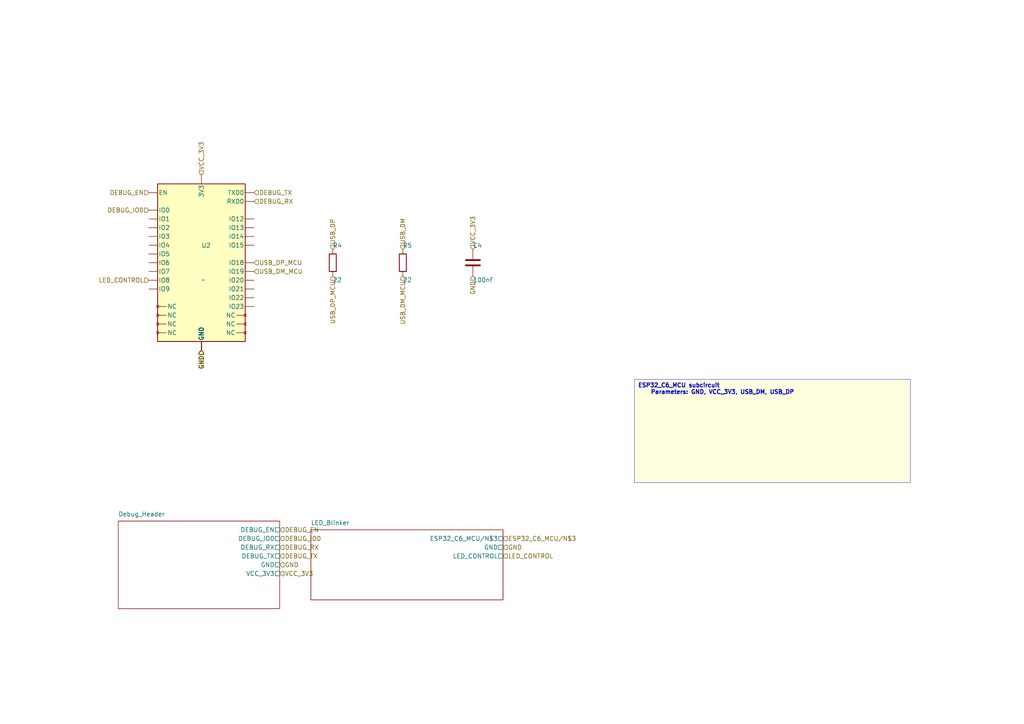
<source format=kicad_sch>
(kicad_sch (version 20250114) (generator "circuit_synth") (generator_version "9.0")
  (paper "A4")
  (lib_symbols
    (symbol "Device:C" (pin_numbers hide) (pin_names (offset 0.254))
      (property "Reference" "C" (at 0.0 0.0 0))
      (property "Value" "C" (at 0.0 0.0 0))
      (symbol "C_0_1"
        (polyline (pts (xy -2.032 0.762) (xy 2.032 0.762)) (stroke (width 0.508)))
        (polyline (pts (xy -2.032 -0.762) (xy 2.032 -0.762)) (stroke (width 0.508)))
      )
      (symbol "C_1_1"
        (pin passive line (at 0.0 3.81 270) (length 2.794) (name ~) (number "1"))
        (pin passive line (at 0.0 -3.81 90) (length 2.794) (name ~) (number "2"))
      )
    )
    (symbol "Device:R" (pin_numbers hide) (pin_names (offset 0.254))
      (property "Reference" "R" (at 0.0 0.0 0))
      (property "Value" "R" (at 0.0 0.0 0))
      (symbol "R_0_1"
        (rectangle (start -1.016 -2.54) (end 1.016 2.54) (stroke (width 0.254)))
      )
      (symbol "R_1_1"
        (pin passive line (at 0.0 3.81 270) (length 1.27) (name ~) (number "1"))
        (pin passive line (at 0.0 -3.81 90) (length 1.27) (name ~) (number "2"))
      )
    )
    (symbol "RF_Module:ESP32-C6-MINI-1" (pin_numbers hide) (pin_names (offset 0.254))
      (property "Reference" "U" (at 0.0 0.0 0))
      (property "Value" "ESP32-C6-MINI-1" (at 0.0 0.0 0))
      (symbol "ESP32-C6-MINI-1_0_1"
        (rectangle (start -12.7 22.86) (end 12.7 -22.86) (stroke (width 0.254)) (fill (type background)))
      )
      (symbol "ESP32-C6-MINI-1_1_1"
        (pin input line (at -15.24 20.32 0) (length 2.54) (name EN) (number "8"))
        (pin bidirectional line (at -15.24 15.24 0) (length 2.54) (name IO0) (number "12"))
        (pin bidirectional line (at -15.24 12.7 0) (length 2.54) (name IO1) (number "13"))
        (pin bidirectional line (at -15.24 10.16 0) (length 2.54) (name IO2) (number "5"))
        (pin bidirectional line (at -15.24 7.62 0) (length 2.54) (name IO3) (number "6"))
        (pin bidirectional line (at -15.24 5.08 0) (length 2.54) (name IO4) (number "9"))
        (pin bidirectional line (at -15.24 2.54 0) (length 2.54) (name IO5) (number "10"))
        (pin bidirectional line (at -15.24 0.0 0) (length 2.54) (name IO6) (number "15"))
        (pin bidirectional line (at -15.24 -2.54 0) (length 2.54) (name IO7) (number "16"))
        (pin bidirectional line (at -15.24 -5.08 0) (length 2.54) (name IO8) (number "22"))
        (pin bidirectional line (at -15.24 -7.62 0) (length 2.54) (name IO9) (number "23"))
        (pin no_connect line (at -12.7 -12.7 0) (length 2.54) (name NC) (number "32"))
        (pin no_connect line (at -12.7 -15.24 0) (length 2.54) (name NC) (number "33"))
        (pin no_connect line (at -12.7 -17.78 0) (length 2.54) (name NC) (number "34"))
        (pin no_connect line (at -12.7 -20.32 0) (length 2.54) (name NC) (number "35"))
        (pin power_in line (at 0.0 25.4 270) (length 2.54) (name 3V3) (number "3"))
        (pin power_in line (at 0.0 -25.4 90) (length 2.54) (name GND) (number "1"))
        (pin passive line (at 0.0 -25.4 90) (length 2.54) (name GND) (number "11"))
        (pin passive line (at 0.0 -25.4 90) (length 2.54) (name GND) (number "14"))
        (pin passive line (at 0.0 -25.4 90) (length 2.54) (name GND) (number "2"))
        (pin passive line (at 0.0 -25.4 90) (length 2.54) (name GND) (number "36"))
        (pin passive line (at 0.0 -25.4 90) (length 2.54) (name GND) (number "37"))
        (pin passive line (at 0.0 -25.4 90) (length 2.54) (name GND) (number "38"))
        (pin passive line (at 0.0 -25.4 90) (length 2.54) (name GND) (number "39"))
        (pin passive line (at 0.0 -25.4 90) (length 2.54) (name GND) (number "40"))
        (pin passive line (at 0.0 -25.4 90) (length 2.54) (name GND) (number "41"))
        (pin passive line (at 0.0 -25.4 90) (length 2.54) (name GND) (number "42"))
        (pin passive line (at 0.0 -25.4 90) (length 2.54) (name GND) (number "43"))
        (pin passive line (at 0.0 -25.4 90) (length 2.54) (name GND) (number "44"))
        (pin passive line (at 0.0 -25.4 90) (length 2.54) (name GND) (number "45"))
        (pin passive line (at 0.0 -25.4 90) (length 2.54) (name GND) (number "46"))
        (pin passive line (at 0.0 -25.4 90) (length 2.54) (name GND) (number "47"))
        (pin passive line (at 0.0 -25.4 90) (length 2.54) (name GND) (number "48"))
        (pin passive line (at 0.0 -25.4 90) (length 2.54) (name GND) (number "49"))
        (pin passive line (at 0.0 -25.4 90) (length 2.54) (name GND) (number "50"))
        (pin passive line (at 0.0 -25.4 90) (length 2.54) (name GND) (number "51"))
        (pin passive line (at 0.0 -25.4 90) (length 2.54) (name GND) (number "52"))
        (pin passive line (at 0.0 -25.4 90) (length 2.54) (name GND) (number "53"))
        (pin no_connect line (at 12.7 -15.24 180) (length 2.54) (name NC) (number "4"))
        (pin no_connect line (at 12.7 -17.78 180) (length 2.54) (name NC) (number "7"))
        (pin no_connect line (at 12.7 -20.32 180) (length 2.54) (name NC) (number "21"))
        (pin bidirectional line (at 15.24 20.32 180) (length 2.54) (name TXD0) (number "31"))
        (pin bidirectional line (at 15.24 17.78 180) (length 2.54) (name RXD0) (number "30"))
        (pin bidirectional line (at 15.24 12.7 180) (length 2.54) (name IO12) (number "17"))
        (pin bidirectional line (at 15.24 10.16 180) (length 2.54) (name IO13) (number "18"))
        (pin bidirectional line (at 15.24 7.62 180) (length 2.54) (name IO14) (number "19"))
        (pin bidirectional line (at 15.24 5.08 180) (length 2.54) (name IO15) (number "20"))
        (pin bidirectional line (at 15.24 0.0 180) (length 2.54) (name IO18) (number "24"))
        (pin bidirectional line (at 15.24 -2.54 180) (length 2.54) (name IO19) (number "25"))
        (pin bidirectional line (at 15.24 -5.08 180) (length 2.54) (name IO20) (number "26"))
        (pin bidirectional line (at 15.24 -7.62 180) (length 2.54) (name IO21) (number "27"))
        (pin bidirectional line (at 15.24 -10.16 180) (length 2.54) (name IO22) (number "28"))
        (pin bidirectional line (at 15.24 -12.7 180) (length 2.54) (name IO23) (number "29"))
      )
    )
  )
  (title_block (title ESP32_C6_MCU) (date 2025-08-06) (company Circuit-Synth))
  (symbol (lib_id "Device:C") (at 137.16 76.2 0) (unit 1)
    (property "Reference" "C4" (at 137.16 71.2 0) (effects (justify left)))
    (property "Value" "100nF" (at 137.16 81.2 0) (effects (justify left)))
    (property "Footprint" "Capacitor_SMD:C_0603_1608Metric" (effects (hide yes)))
  )
  (symbol (lib_id "Device:R") (at 96.52 76.2 0) (unit 1)
    (property "Reference" "R4" (at 96.52 71.2 0) (effects (justify left)))
    (property "Value" "22" (at 96.52 81.2 0) (effects (justify left)))
    (property "Footprint" "Resistor_SMD:R_0603_1608Metric" (effects (hide yes)))
  )
  (symbol (lib_id "Device:R") (at 116.84 76.2 0) (unit 1)
    (property "Reference" "R5" (at 116.84 71.2 0) (effects (justify left)))
    (property "Value" "22" (at 116.84 81.2 0) (effects (justify left)))
    (property "Footprint" "Resistor_SMD:R_0603_1608Metric" (effects (hide yes)))
  )
  (symbol (lib_id "RF_Module:ESP32-C6-MINI-1") (at 58.42 76.2 0) (unit 1)
    (property "Reference" "U2" (at 58.42 71.2 0) (effects (justify left)))
    (property "Value" "~" (at 58.42 81.2 0) (effects (justify left)))
    (property "Footprint" "RF_Module:ESP32-C6-MINI-1" (effects (hide yes)))
  )
  (hierarchical_label VCC_3V3 (shape input) (at 137.16 72.39 90))
  (hierarchical_label VCC_3V3 (shape input) (at 58.42 50.800000000000004 90))
  (hierarchical_label GND (shape input) (at 137.16 80.01 270))
  (hierarchical_label GND (shape input) (at 58.42 101.6 270))
  (hierarchical_label GND (shape input) (at 58.42 101.6 270))
  (hierarchical_label GND (shape input) (at 58.42 101.6 270))
  (hierarchical_label GND (shape input) (at 58.42 101.6 270))
  (hierarchical_label GND (shape input) (at 58.42 101.6 270))
  (hierarchical_label GND (shape input) (at 58.42 101.6 270))
  (hierarchical_label GND (shape input) (at 58.42 101.6 270))
  (hierarchical_label GND (shape input) (at 58.42 101.6 270))
  (hierarchical_label GND (shape input) (at 58.42 101.6 270))
  (hierarchical_label GND (shape input) (at 58.42 101.6 270))
  (hierarchical_label GND (shape input) (at 58.42 101.6 270))
  (hierarchical_label GND (shape input) (at 58.42 101.6 270))
  (hierarchical_label GND (shape input) (at 58.42 101.6 270))
  (hierarchical_label GND (shape input) (at 58.42 101.6 270))
  (hierarchical_label GND (shape input) (at 58.42 101.6 270))
  (hierarchical_label GND (shape input) (at 58.42 101.6 270))
  (hierarchical_label GND (shape input) (at 58.42 101.6 270))
  (hierarchical_label GND (shape input) (at 58.42 101.6 270))
  (hierarchical_label GND (shape input) (at 58.42 101.6 270))
  (hierarchical_label GND (shape input) (at 58.42 101.6 270))
  (hierarchical_label GND (shape input) (at 58.42 101.6 270))
  (hierarchical_label GND (shape input) (at 58.42 101.6 270))
  (hierarchical_label USB_DP (shape input) (at 96.52 72.39 90))
  (hierarchical_label USB_DP_MCU (shape input) (at 96.52 80.01 270))
  (hierarchical_label USB_DP_MCU (shape input) (at 73.66 76.2 0))
  (hierarchical_label USB_DM (shape input) (at 116.84 72.39 90))
  (hierarchical_label USB_DM_MCU (shape input) (at 116.84 80.01 270))
  (hierarchical_label USB_DM_MCU (shape input) (at 73.66 78.74000000000001 0))
  (hierarchical_label DEBUG_EN (shape input) (at 43.18 55.88 180))
  (hierarchical_label DEBUG_IO0 (shape input) (at 43.18 60.96 180))
  (hierarchical_label LED_CONTROL (shape input) (at 43.18 81.28 180))
  (hierarchical_label DEBUG_TX (shape input) (at 73.66 55.88 0))
  (hierarchical_label DEBUG_RX (shape input) (at 73.66 58.42 0))
  (hierarchical_label DEBUG_EN (shape input) (at 81.12 153.67000000000002 0))
  (hierarchical_label DEBUG_IO0 (shape input) (at 81.12 156.21 0))
  (hierarchical_label DEBUG_RX (shape input) (at 81.12 158.75 0))
  (hierarchical_label DEBUG_TX (shape input) (at 81.12 161.29 0))
  (hierarchical_label GND (shape input) (at 81.12 163.83 0))
  (hierarchical_label VCC_3V3 (shape input) (at 81.12 166.37 0))
  (hierarchical_label "ESP32_C6_MCU/N$3" (shape input) (at 145.89 156.21 0))
  (hierarchical_label GND (shape input) (at 145.89 158.75 0))
  (hierarchical_label LED_CONTROL (shape input) (at 145.89 161.29 0))
  (sheet (at 34.29 151.13) (size 46.83 25.4) (stroke (width 0.12)) (fill (color 0 0 0 0.0))
    (property "Sheetname" "Debug_Header" (at 34.29 149.85999999999999 0) (effects (justify left bottom)))
    (property "Sheetfile" "Debug_Header.kicad_sch" (effects (hide yes)))
    (pin DEBUG_EN passive (at 79.85000000000001 153.67000000000002 0))
    (pin DEBUG_IO0 passive (at 79.85000000000001 156.21 0))
    (pin DEBUG_RX passive (at 79.85000000000001 158.75 0))
    (pin DEBUG_TX passive (at 79.85000000000001 161.29 0))
    (pin GND passive (at 79.85000000000001 163.83 0))
    (pin VCC_3V3 passive (at 79.85000000000001 166.37 0))
  )
  (sheet (at 90.17 153.67000000000002) (size 55.72 20.32) (stroke (width 0.12)) (fill (color 0 0 0 0.0))
    (property "Sheetname" "LED_Blinker" (at 90.17 152.4 0) (effects (justify left bottom)))
    (property "Sheetfile" "LED_Blinker.kicad_sch" (effects (hide yes)))
    (pin "ESP32_C6_MCU/N$3" passive (at 144.61999999999998 156.21 0))
    (pin GND passive (at 144.61999999999998 158.75 0))
    (pin LED_CONTROL passive (at 144.61999999999998 161.29 0))
  )
  (text_box "ESP32_C6_MCU subcircuit\n    Parameters: GND, VCC_3V3, USB_DM, USB_DP" (exclude_from_sim yes) (at 184.0 110.0 0) (size 80.0 30.0) (margins 1.0 1.0 1.0 1.0) (stroke (width 0.1)) (fill (type color) (color 255 255 224 1)) (effects (font (size 1.2 1.2) (thickness 0.254)) (justify left top)))
)
</source>
